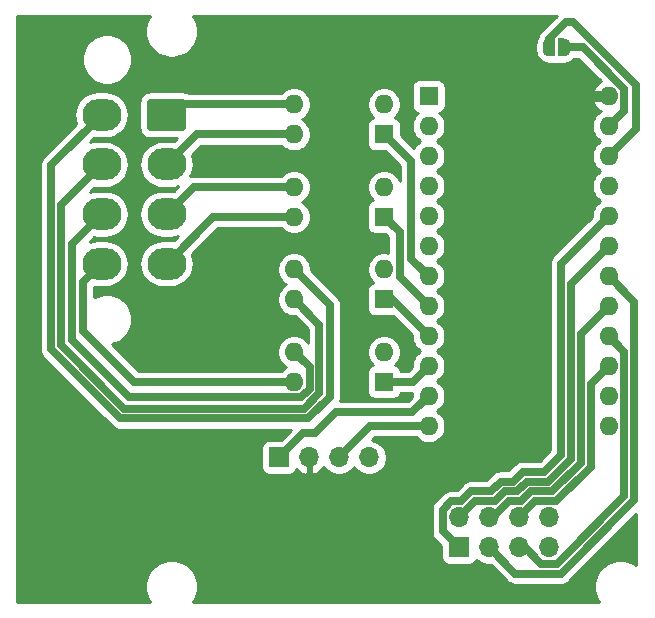
<source format=gbr>
G04 #@! TF.GenerationSoftware,KiCad,Pcbnew,(5.1.9)-1*
G04 #@! TF.CreationDate,2022-08-19T09:55:29-06:00*
G04 #@! TF.ProjectId,ABSIS_PMS,41425349-535f-4504-9d53-2e6b69636164,1*
G04 #@! TF.SameCoordinates,Original*
G04 #@! TF.FileFunction,Copper,L1,Top*
G04 #@! TF.FilePolarity,Positive*
%FSLAX46Y46*%
G04 Gerber Fmt 4.6, Leading zero omitted, Abs format (unit mm)*
G04 Created by KiCad (PCBNEW (5.1.9)-1) date 2022-08-19 09:55:29*
%MOMM*%
%LPD*%
G01*
G04 APERTURE LIST*
G04 #@! TA.AperFunction,ComponentPad*
%ADD10O,3.300000X2.700000*%
G04 #@! TD*
G04 #@! TA.AperFunction,ComponentPad*
%ADD11O,1.600000X1.600000*%
G04 #@! TD*
G04 #@! TA.AperFunction,ComponentPad*
%ADD12R,1.600000X1.600000*%
G04 #@! TD*
G04 #@! TA.AperFunction,ComponentPad*
%ADD13O,1.700000X1.700000*%
G04 #@! TD*
G04 #@! TA.AperFunction,ComponentPad*
%ADD14R,1.700000X1.700000*%
G04 #@! TD*
G04 #@! TA.AperFunction,SMDPad,CuDef*
%ADD15C,0.100000*%
G04 #@! TD*
G04 #@! TA.AperFunction,Conductor*
%ADD16C,0.635000*%
G04 #@! TD*
G04 #@! TA.AperFunction,Conductor*
%ADD17C,0.914400*%
G04 #@! TD*
G04 #@! TA.AperFunction,Conductor*
%ADD18C,0.254000*%
G04 #@! TD*
G04 #@! TA.AperFunction,Conductor*
%ADD19C,0.100000*%
G04 #@! TD*
G04 APERTURE END LIST*
D10*
X111865000Y-85500000D03*
X111865000Y-81300000D03*
X111865000Y-77100000D03*
X111865000Y-72900000D03*
X117365000Y-85500000D03*
X117365000Y-81300000D03*
X117365000Y-77100000D03*
G04 #@! TA.AperFunction,ComponentPad*
G36*
G01*
X115965001Y-71550000D02*
X118764999Y-71550000D01*
G75*
G02*
X119015000Y-71800001I0J-250001D01*
G01*
X119015000Y-73999999D01*
G75*
G02*
X118764999Y-74250000I-250001J0D01*
G01*
X115965001Y-74250000D01*
G75*
G02*
X115715000Y-73999999I0J250001D01*
G01*
X115715000Y-71800001D01*
G75*
G02*
X115965001Y-71550000I250001J0D01*
G01*
G37*
G04 #@! TD.AperFunction*
D11*
X128160000Y-88521000D03*
X135780000Y-85981000D03*
X128160000Y-85981000D03*
D12*
X135780000Y-88521000D03*
D13*
X149750000Y-106990000D03*
X149750000Y-109530000D03*
X147210000Y-106990000D03*
X147210000Y-109530000D03*
X144670000Y-106990000D03*
X144670000Y-109530000D03*
X142130000Y-106990000D03*
D14*
X142130000Y-109530000D03*
D11*
X128160000Y-95506000D03*
X135780000Y-92966000D03*
X128160000Y-92966000D03*
D12*
X135780000Y-95506000D03*
D11*
X128160000Y-81536000D03*
X135780000Y-78996000D03*
X128160000Y-78996000D03*
D12*
X135780000Y-81536000D03*
D11*
X128160000Y-74551000D03*
X135780000Y-72011000D03*
X128160000Y-72011000D03*
D12*
X135780000Y-74551000D03*
G04 #@! TA.AperFunction,SMDPad,CuDef*
D15*
G36*
X149735000Y-67934398D02*
G01*
X149710466Y-67934398D01*
X149661635Y-67929588D01*
X149613510Y-67920016D01*
X149566555Y-67905772D01*
X149521222Y-67886995D01*
X149477949Y-67863864D01*
X149437150Y-67836604D01*
X149399221Y-67805476D01*
X149364524Y-67770779D01*
X149333396Y-67732850D01*
X149306136Y-67692051D01*
X149283005Y-67648778D01*
X149264228Y-67603445D01*
X149249984Y-67556490D01*
X149240412Y-67508365D01*
X149235602Y-67459534D01*
X149235602Y-67435000D01*
X149235000Y-67435000D01*
X149235000Y-66935000D01*
X149235602Y-66935000D01*
X149235602Y-66910466D01*
X149240412Y-66861635D01*
X149249984Y-66813510D01*
X149264228Y-66766555D01*
X149283005Y-66721222D01*
X149306136Y-66677949D01*
X149333396Y-66637150D01*
X149364524Y-66599221D01*
X149399221Y-66564524D01*
X149437150Y-66533396D01*
X149477949Y-66506136D01*
X149521222Y-66483005D01*
X149566555Y-66464228D01*
X149613510Y-66449984D01*
X149661635Y-66440412D01*
X149710466Y-66435602D01*
X149735000Y-66435602D01*
X149735000Y-66435000D01*
X150235000Y-66435000D01*
X150235000Y-67935000D01*
X149735000Y-67935000D01*
X149735000Y-67934398D01*
G37*
G04 #@! TD.AperFunction*
G04 #@! TA.AperFunction,SMDPad,CuDef*
G36*
X150535000Y-66435000D02*
G01*
X151035000Y-66435000D01*
X151035000Y-66435602D01*
X151059534Y-66435602D01*
X151108365Y-66440412D01*
X151156490Y-66449984D01*
X151203445Y-66464228D01*
X151248778Y-66483005D01*
X151292051Y-66506136D01*
X151332850Y-66533396D01*
X151370779Y-66564524D01*
X151405476Y-66599221D01*
X151436604Y-66637150D01*
X151463864Y-66677949D01*
X151486995Y-66721222D01*
X151505772Y-66766555D01*
X151520016Y-66813510D01*
X151529588Y-66861635D01*
X151534398Y-66910466D01*
X151534398Y-66935000D01*
X151535000Y-66935000D01*
X151535000Y-67435000D01*
X151534398Y-67435000D01*
X151534398Y-67459534D01*
X151529588Y-67508365D01*
X151520016Y-67556490D01*
X151505772Y-67603445D01*
X151486995Y-67648778D01*
X151463864Y-67692051D01*
X151436604Y-67732850D01*
X151405476Y-67770779D01*
X151370779Y-67805476D01*
X151332850Y-67836604D01*
X151292051Y-67863864D01*
X151248778Y-67886995D01*
X151203445Y-67905772D01*
X151156490Y-67920016D01*
X151108365Y-67929588D01*
X151059534Y-67934398D01*
X151035000Y-67934398D01*
X151035000Y-67935000D01*
X150535000Y-67935000D01*
X150535000Y-66435000D01*
G37*
G04 #@! TD.AperFunction*
D13*
X134510000Y-101910000D03*
X131970000Y-101910000D03*
X129430000Y-101910000D03*
D14*
X126890000Y-101910000D03*
D11*
X154787600Y-71323200D03*
X139547600Y-99263200D03*
X154787600Y-73863200D03*
X139547600Y-96723200D03*
X154787600Y-76403200D03*
X139547600Y-94183200D03*
X154787600Y-78943200D03*
X139547600Y-91643200D03*
X154787600Y-81483200D03*
X139547600Y-89103200D03*
X154787600Y-84023200D03*
X139547600Y-86563200D03*
X154787600Y-86563200D03*
X139547600Y-84023200D03*
X154787600Y-89103200D03*
X139547600Y-81483200D03*
X154787600Y-91643200D03*
X139547600Y-78943200D03*
X154787600Y-94183200D03*
X139547600Y-76403200D03*
X154787600Y-96723200D03*
X139547600Y-73863200D03*
X154787600Y-99263200D03*
D12*
X139547600Y-71323200D03*
D16*
X152599302Y-67185000D02*
X151035000Y-67185000D01*
X156105101Y-70690799D02*
X152599302Y-67185000D01*
X156105101Y-72545699D02*
X156105101Y-70690799D01*
X154787600Y-73863200D02*
X156105101Y-72545699D01*
X147539885Y-103117469D02*
X149340085Y-103117469D01*
X146704875Y-103952479D02*
X147539885Y-103117469D01*
X145647357Y-103952479D02*
X146704875Y-103952479D01*
X144812347Y-104787489D02*
X145647357Y-103952479D01*
X150766000Y-85504800D02*
X154787600Y-81483200D01*
X150766001Y-101691553D02*
X150766000Y-85504800D01*
X143151629Y-104787489D02*
X144812347Y-104787489D01*
X142316619Y-105622499D02*
X143151629Y-104787489D01*
X141473599Y-105622499D02*
X142316619Y-105622499D01*
X140762499Y-106333599D02*
X141473599Y-105622499D01*
X149340085Y-103117469D02*
X150766001Y-101691553D01*
X140762499Y-108162499D02*
X140762499Y-106333599D01*
X142130000Y-109530000D02*
X140762499Y-108162499D01*
X151601011Y-87209789D02*
X154787600Y-84023200D01*
X151601011Y-102037425D02*
X151601011Y-87209789D01*
X149685957Y-103952479D02*
X151601011Y-102037425D01*
X147885757Y-103952479D02*
X149685957Y-103952479D01*
X147050747Y-104787489D02*
X147885757Y-103952479D01*
X145993229Y-104787489D02*
X147050747Y-104787489D01*
X145158219Y-105622499D02*
X145993229Y-104787489D01*
X143497501Y-105622499D02*
X145158219Y-105622499D01*
X142130000Y-106990000D02*
X143497501Y-105622499D01*
X156940112Y-88715712D02*
X154787600Y-86563200D01*
X156940112Y-105544673D02*
X156940112Y-88715712D01*
X150748185Y-111736600D02*
X156940112Y-105544673D01*
X146876600Y-111736600D02*
X150748185Y-111736600D01*
X144670000Y-109530000D02*
X146876600Y-111736600D01*
X152436022Y-102383296D02*
X152436022Y-91454778D01*
X150031829Y-104787489D02*
X152436022Y-102383296D01*
X152436022Y-91454778D02*
X154787600Y-89103200D01*
X148231629Y-104787489D02*
X150031829Y-104787489D01*
X147396619Y-105622499D02*
X148231629Y-104787489D01*
X146339101Y-105622499D02*
X147396619Y-105622499D01*
X144971600Y-106990000D02*
X146339101Y-105622499D01*
X144670000Y-106990000D02*
X144971600Y-106990000D01*
X138066000Y-85081600D02*
X139547600Y-86563200D01*
X138066000Y-76837000D02*
X138066000Y-85081600D01*
X135780000Y-74551000D02*
X138066000Y-76837000D01*
X138170800Y-98100000D02*
X139547600Y-96723200D01*
X129938000Y-99878000D02*
X131716000Y-98100000D01*
X131716000Y-98100000D02*
X138170800Y-98100000D01*
X128922000Y-99878000D02*
X129938000Y-99878000D01*
X126890000Y-101910000D02*
X128922000Y-99878000D01*
X138224800Y-95506000D02*
X139547600Y-94183200D01*
X135780000Y-95506000D02*
X138224800Y-95506000D01*
X153271033Y-95699767D02*
X154787600Y-94183200D01*
X153271033Y-102729167D02*
X153271033Y-95699767D01*
X148577501Y-105622499D02*
X150377701Y-105622499D01*
X150377701Y-105622499D02*
X153271033Y-102729167D01*
X147210000Y-106990000D02*
X148577501Y-105622499D01*
X136425400Y-88521000D02*
X139547600Y-91643200D01*
X135780000Y-88521000D02*
X136425400Y-88521000D01*
X147726097Y-109530000D02*
X149093598Y-110897501D01*
X147210000Y-109530000D02*
X147726097Y-109530000D01*
X149093598Y-110897501D02*
X150406401Y-110897501D01*
X150406401Y-110897501D02*
X156105101Y-105198801D01*
X156105101Y-105198801D02*
X156105101Y-92960701D01*
X156105101Y-92960701D02*
X154787600Y-91643200D01*
X137097501Y-86653101D02*
X139547600Y-89103200D01*
X137097501Y-82853501D02*
X137097501Y-86653101D01*
X135780000Y-81536000D02*
X137097501Y-82853501D01*
X154787600Y-76403200D02*
X157116000Y-74074800D01*
X157116000Y-74074800D02*
X157116000Y-70414000D01*
X157116000Y-70414000D02*
X151782000Y-65080000D01*
X149735000Y-66503128D02*
X149735000Y-67185000D01*
X151158128Y-65080000D02*
X149735000Y-66503128D01*
X151782000Y-65080000D02*
X151158128Y-65080000D01*
X134616800Y-99263200D02*
X139547600Y-99263200D01*
X131970000Y-101910000D02*
X134616800Y-99263200D01*
D17*
X154787600Y-71323200D02*
X152596800Y-71323200D01*
D16*
X128792401Y-96823501D02*
X114183501Y-96823501D01*
X129477501Y-96138401D02*
X128792401Y-96823501D01*
X129477501Y-94283501D02*
X129477501Y-96138401D01*
X128160000Y-92966000D02*
X129477501Y-94283501D01*
X114183501Y-96823501D02*
X109364000Y-92004000D01*
X109364000Y-83801000D02*
X111865000Y-81300000D01*
X109364000Y-92004000D02*
X109364000Y-83801000D01*
X110307499Y-87057501D02*
X111865000Y-85500000D01*
X110307499Y-91168401D02*
X110307499Y-87057501D01*
X114645098Y-95506000D02*
X110307499Y-91168401D01*
X128160000Y-95506000D02*
X114645098Y-95506000D01*
X128160000Y-85981000D02*
X131208000Y-89029000D01*
X131208000Y-96769668D02*
X129369668Y-98608000D01*
X131208000Y-89029000D02*
X131208000Y-96769668D01*
X129369668Y-98608000D02*
X113428000Y-98608000D01*
X113428000Y-98608000D02*
X107586001Y-92766001D01*
X107586001Y-77178999D02*
X111865000Y-72900000D01*
X107586001Y-92766001D02*
X107586001Y-77178999D01*
X108421011Y-80543989D02*
X111865000Y-77100000D01*
X128160000Y-88521000D02*
X130312512Y-90673512D01*
X130312512Y-90673512D02*
X130312512Y-96484273D01*
X129023796Y-97772989D02*
X113773871Y-97772989D01*
X130312512Y-96484273D02*
X129023796Y-97772989D01*
X113773871Y-97772989D02*
X108421011Y-92420129D01*
X108421011Y-92420129D02*
X108421011Y-80543989D01*
X119669000Y-78996000D02*
X117365000Y-81300000D01*
X128160000Y-78996000D02*
X119669000Y-78996000D01*
X121329000Y-81536000D02*
X117365000Y-85500000D01*
X128160000Y-81536000D02*
X121329000Y-81536000D01*
X118254000Y-72011000D02*
X117365000Y-72900000D01*
X128160000Y-72011000D02*
X118254000Y-72011000D01*
X119914000Y-74551000D02*
X117365000Y-77100000D01*
X128160000Y-74551000D02*
X119914000Y-74551000D01*
D18*
X115829369Y-64751331D02*
X115660890Y-65158075D01*
X115575000Y-65589872D01*
X115575000Y-66030128D01*
X115660890Y-66461925D01*
X115829369Y-66868669D01*
X116073962Y-67234729D01*
X116385271Y-67546038D01*
X116751331Y-67790631D01*
X117158075Y-67959110D01*
X117589872Y-68045000D01*
X118030128Y-68045000D01*
X118461925Y-67959110D01*
X118868669Y-67790631D01*
X119234729Y-67546038D01*
X119546038Y-67234729D01*
X119790631Y-66868669D01*
X119959110Y-66461925D01*
X120045000Y-66030128D01*
X120045000Y-65589872D01*
X119959110Y-65158075D01*
X119790631Y-64751331D01*
X119619356Y-64495000D01*
X150396089Y-64495000D01*
X149094569Y-65796521D01*
X149058222Y-65826350D01*
X148939194Y-65971387D01*
X148850748Y-66136860D01*
X148823134Y-66227892D01*
X148807760Y-66278571D01*
X148763502Y-66344808D01*
X148704536Y-66455125D01*
X148667027Y-66545681D01*
X148630718Y-66665377D01*
X148611596Y-66761510D01*
X148599336Y-66885991D01*
X148599336Y-66910550D01*
X148596928Y-66935000D01*
X148596928Y-67435000D01*
X148599336Y-67459450D01*
X148599336Y-67484009D01*
X148611596Y-67608490D01*
X148630718Y-67704623D01*
X148667027Y-67824319D01*
X148704536Y-67914875D01*
X148763502Y-68025192D01*
X148817958Y-68106691D01*
X148897310Y-68203382D01*
X148966618Y-68272690D01*
X149063309Y-68352042D01*
X149144808Y-68406498D01*
X149255125Y-68465464D01*
X149345681Y-68502973D01*
X149465377Y-68539282D01*
X149561510Y-68558404D01*
X149685991Y-68570664D01*
X149710550Y-68570664D01*
X149735000Y-68573072D01*
X150235000Y-68573072D01*
X150359482Y-68560812D01*
X150385000Y-68553071D01*
X150410518Y-68560812D01*
X150535000Y-68573072D01*
X151035000Y-68573072D01*
X151059450Y-68570664D01*
X151084009Y-68570664D01*
X151208490Y-68558404D01*
X151304623Y-68539282D01*
X151424319Y-68502973D01*
X151514875Y-68465464D01*
X151625192Y-68406498D01*
X151706691Y-68352042D01*
X151803382Y-68272690D01*
X151872690Y-68203382D01*
X151926758Y-68137500D01*
X152204764Y-68137500D01*
X154123507Y-70056243D01*
X153932469Y-70170815D01*
X153724081Y-70359786D01*
X153556563Y-70585780D01*
X153436354Y-70840113D01*
X153395696Y-70974161D01*
X153517685Y-71196200D01*
X154660600Y-71196200D01*
X154660600Y-71176200D01*
X154914600Y-71176200D01*
X154914600Y-71196200D01*
X154934600Y-71196200D01*
X154934600Y-71450200D01*
X154914600Y-71450200D01*
X154914600Y-71470200D01*
X154660600Y-71470200D01*
X154660600Y-71450200D01*
X153517685Y-71450200D01*
X153395696Y-71672239D01*
X153436354Y-71806287D01*
X153556563Y-72060620D01*
X153724081Y-72286614D01*
X153932469Y-72475585D01*
X154118465Y-72587133D01*
X154107873Y-72591520D01*
X153872841Y-72748563D01*
X153672963Y-72948441D01*
X153515920Y-73183473D01*
X153407747Y-73444626D01*
X153352600Y-73721865D01*
X153352600Y-74004535D01*
X153407747Y-74281774D01*
X153515920Y-74542927D01*
X153672963Y-74777959D01*
X153872841Y-74977837D01*
X154105359Y-75133200D01*
X153872841Y-75288563D01*
X153672963Y-75488441D01*
X153515920Y-75723473D01*
X153407747Y-75984626D01*
X153352600Y-76261865D01*
X153352600Y-76544535D01*
X153407747Y-76821774D01*
X153515920Y-77082927D01*
X153672963Y-77317959D01*
X153872841Y-77517837D01*
X154105359Y-77673200D01*
X153872841Y-77828563D01*
X153672963Y-78028441D01*
X153515920Y-78263473D01*
X153407747Y-78524626D01*
X153352600Y-78801865D01*
X153352600Y-79084535D01*
X153407747Y-79361774D01*
X153515920Y-79622927D01*
X153672963Y-79857959D01*
X153872841Y-80057837D01*
X154105359Y-80213200D01*
X153872841Y-80368563D01*
X153672963Y-80568441D01*
X153515920Y-80803473D01*
X153407747Y-81064626D01*
X153352600Y-81341865D01*
X153352600Y-81571161D01*
X150125563Y-84798199D01*
X150089222Y-84828023D01*
X149970194Y-84973060D01*
X149881748Y-85138532D01*
X149842376Y-85268323D01*
X149827283Y-85318078D01*
X149808892Y-85504800D01*
X149813500Y-85551585D01*
X149813502Y-101297013D01*
X148945547Y-102164969D01*
X147586669Y-102164969D01*
X147539884Y-102160361D01*
X147353162Y-102178752D01*
X147173616Y-102233217D01*
X147008144Y-102321663D01*
X146863107Y-102440691D01*
X146833278Y-102477038D01*
X146310337Y-102999979D01*
X145694141Y-102999979D01*
X145647356Y-102995371D01*
X145557919Y-103004180D01*
X145460634Y-103013762D01*
X145281088Y-103068227D01*
X145115616Y-103156673D01*
X144970579Y-103275701D01*
X144940750Y-103312048D01*
X144417809Y-103834989D01*
X143198413Y-103834989D01*
X143151628Y-103830381D01*
X142964906Y-103848772D01*
X142785360Y-103903237D01*
X142619888Y-103991683D01*
X142474851Y-104110711D01*
X142445022Y-104147058D01*
X141922081Y-104669999D01*
X141520383Y-104669999D01*
X141473598Y-104665391D01*
X141286876Y-104683782D01*
X141107330Y-104738247D01*
X140941858Y-104826693D01*
X140796821Y-104945721D01*
X140766997Y-104982062D01*
X140122063Y-105626997D01*
X140085722Y-105656821D01*
X140055898Y-105693162D01*
X139966693Y-105801859D01*
X139878248Y-105967330D01*
X139823782Y-106146877D01*
X139805391Y-106333599D01*
X139810000Y-106380393D01*
X139809999Y-108115714D01*
X139805391Y-108162499D01*
X139809999Y-108209283D01*
X139823782Y-108349221D01*
X139878247Y-108528767D01*
X139966693Y-108694240D01*
X140085721Y-108839277D01*
X140122068Y-108869106D01*
X140641928Y-109388966D01*
X140641928Y-110380000D01*
X140654188Y-110504482D01*
X140690498Y-110624180D01*
X140749463Y-110734494D01*
X140828815Y-110831185D01*
X140925506Y-110910537D01*
X141035820Y-110969502D01*
X141155518Y-111005812D01*
X141280000Y-111018072D01*
X142980000Y-111018072D01*
X143104482Y-111005812D01*
X143224180Y-110969502D01*
X143334494Y-110910537D01*
X143431185Y-110831185D01*
X143510537Y-110734494D01*
X143569502Y-110624180D01*
X143591513Y-110551620D01*
X143723368Y-110683475D01*
X143966589Y-110845990D01*
X144236842Y-110957932D01*
X144523740Y-111015000D01*
X144807962Y-111015000D01*
X146169993Y-112377031D01*
X146199822Y-112413378D01*
X146344859Y-112532406D01*
X146427595Y-112576629D01*
X146510330Y-112620852D01*
X146600104Y-112648085D01*
X146689877Y-112675317D01*
X146829815Y-112689100D01*
X146876600Y-112693708D01*
X146923385Y-112689100D01*
X150701400Y-112689100D01*
X150748185Y-112693708D01*
X150794970Y-112689100D01*
X150934908Y-112675317D01*
X151114454Y-112620852D01*
X151279926Y-112532406D01*
X151424963Y-112413378D01*
X151454792Y-112377031D01*
X157125000Y-106706824D01*
X157125000Y-111000644D01*
X156868669Y-110829369D01*
X156461925Y-110660890D01*
X156030128Y-110575000D01*
X155589872Y-110575000D01*
X155158075Y-110660890D01*
X154751331Y-110829369D01*
X154385271Y-111073962D01*
X154073962Y-111385271D01*
X153829369Y-111751331D01*
X153660890Y-112158075D01*
X153575000Y-112589872D01*
X153575000Y-113030128D01*
X153660890Y-113461925D01*
X153829369Y-113868669D01*
X154000644Y-114125000D01*
X119619356Y-114125000D01*
X119790631Y-113868669D01*
X119959110Y-113461925D01*
X120045000Y-113030128D01*
X120045000Y-112589872D01*
X119959110Y-112158075D01*
X119790631Y-111751331D01*
X119546038Y-111385271D01*
X119234729Y-111073962D01*
X118868669Y-110829369D01*
X118461925Y-110660890D01*
X118030128Y-110575000D01*
X117589872Y-110575000D01*
X117158075Y-110660890D01*
X116751331Y-110829369D01*
X116385271Y-111073962D01*
X116073962Y-111385271D01*
X115829369Y-111751331D01*
X115660890Y-112158075D01*
X115575000Y-112589872D01*
X115575000Y-113030128D01*
X115660890Y-113461925D01*
X115829369Y-113868669D01*
X116000644Y-114125000D01*
X104715000Y-114125000D01*
X104715000Y-77178999D01*
X106628893Y-77178999D01*
X106633502Y-77225794D01*
X106633501Y-92719216D01*
X106628893Y-92766001D01*
X106633501Y-92812785D01*
X106647284Y-92952723D01*
X106701749Y-93132269D01*
X106790195Y-93297742D01*
X106909223Y-93442779D01*
X106945570Y-93472608D01*
X112721397Y-99248436D01*
X112751222Y-99284778D01*
X112896259Y-99403806D01*
X113061731Y-99492252D01*
X113241277Y-99546717D01*
X113427999Y-99565108D01*
X113474784Y-99560500D01*
X127892461Y-99560500D01*
X127031034Y-100421928D01*
X126040000Y-100421928D01*
X125915518Y-100434188D01*
X125795820Y-100470498D01*
X125685506Y-100529463D01*
X125588815Y-100608815D01*
X125509463Y-100705506D01*
X125450498Y-100815820D01*
X125414188Y-100935518D01*
X125401928Y-101060000D01*
X125401928Y-102760000D01*
X125414188Y-102884482D01*
X125450498Y-103004180D01*
X125509463Y-103114494D01*
X125588815Y-103211185D01*
X125685506Y-103290537D01*
X125795820Y-103349502D01*
X125915518Y-103385812D01*
X126040000Y-103398072D01*
X127740000Y-103398072D01*
X127864482Y-103385812D01*
X127984180Y-103349502D01*
X128094494Y-103290537D01*
X128191185Y-103211185D01*
X128270537Y-103114494D01*
X128329502Y-103004180D01*
X128353966Y-102923534D01*
X128429731Y-103007588D01*
X128663080Y-103181641D01*
X128925901Y-103306825D01*
X129073110Y-103351476D01*
X129303000Y-103230155D01*
X129303000Y-102037000D01*
X129283000Y-102037000D01*
X129283000Y-101783000D01*
X129303000Y-101783000D01*
X129303000Y-101763000D01*
X129557000Y-101763000D01*
X129557000Y-101783000D01*
X129577000Y-101783000D01*
X129577000Y-102037000D01*
X129557000Y-102037000D01*
X129557000Y-103230155D01*
X129786890Y-103351476D01*
X129934099Y-103306825D01*
X130196920Y-103181641D01*
X130430269Y-103007588D01*
X130625178Y-102791355D01*
X130694805Y-102674466D01*
X130816525Y-102856632D01*
X131023368Y-103063475D01*
X131266589Y-103225990D01*
X131536842Y-103337932D01*
X131823740Y-103395000D01*
X132116260Y-103395000D01*
X132403158Y-103337932D01*
X132673411Y-103225990D01*
X132916632Y-103063475D01*
X133123475Y-102856632D01*
X133240000Y-102682240D01*
X133356525Y-102856632D01*
X133563368Y-103063475D01*
X133806589Y-103225990D01*
X134076842Y-103337932D01*
X134363740Y-103395000D01*
X134656260Y-103395000D01*
X134943158Y-103337932D01*
X135213411Y-103225990D01*
X135456632Y-103063475D01*
X135663475Y-102856632D01*
X135825990Y-102613411D01*
X135937932Y-102343158D01*
X135995000Y-102056260D01*
X135995000Y-101763740D01*
X135937932Y-101476842D01*
X135825990Y-101206589D01*
X135663475Y-100963368D01*
X135456632Y-100756525D01*
X135213411Y-100594010D01*
X134943158Y-100482068D01*
X134777852Y-100449186D01*
X135011338Y-100215700D01*
X138470704Y-100215700D01*
X138632841Y-100377837D01*
X138867873Y-100534880D01*
X139129026Y-100643053D01*
X139406265Y-100698200D01*
X139688935Y-100698200D01*
X139966174Y-100643053D01*
X140227327Y-100534880D01*
X140462359Y-100377837D01*
X140662237Y-100177959D01*
X140819280Y-99942927D01*
X140927453Y-99681774D01*
X140982600Y-99404535D01*
X140982600Y-99121865D01*
X140927453Y-98844626D01*
X140819280Y-98583473D01*
X140662237Y-98348441D01*
X140462359Y-98148563D01*
X140229841Y-97993200D01*
X140462359Y-97837837D01*
X140662237Y-97637959D01*
X140819280Y-97402927D01*
X140927453Y-97141774D01*
X140982600Y-96864535D01*
X140982600Y-96581865D01*
X140927453Y-96304626D01*
X140819280Y-96043473D01*
X140662237Y-95808441D01*
X140462359Y-95608563D01*
X140229841Y-95453200D01*
X140462359Y-95297837D01*
X140662237Y-95097959D01*
X140819280Y-94862927D01*
X140927453Y-94601774D01*
X140982600Y-94324535D01*
X140982600Y-94041865D01*
X140927453Y-93764626D01*
X140819280Y-93503473D01*
X140662237Y-93268441D01*
X140462359Y-93068563D01*
X140229841Y-92913200D01*
X140462359Y-92757837D01*
X140662237Y-92557959D01*
X140819280Y-92322927D01*
X140927453Y-92061774D01*
X140982600Y-91784535D01*
X140982600Y-91501865D01*
X140927453Y-91224626D01*
X140819280Y-90963473D01*
X140662237Y-90728441D01*
X140462359Y-90528563D01*
X140229841Y-90373200D01*
X140462359Y-90217837D01*
X140662237Y-90017959D01*
X140819280Y-89782927D01*
X140927453Y-89521774D01*
X140982600Y-89244535D01*
X140982600Y-88961865D01*
X140927453Y-88684626D01*
X140819280Y-88423473D01*
X140662237Y-88188441D01*
X140462359Y-87988563D01*
X140229841Y-87833200D01*
X140462359Y-87677837D01*
X140662237Y-87477959D01*
X140819280Y-87242927D01*
X140927453Y-86981774D01*
X140982600Y-86704535D01*
X140982600Y-86421865D01*
X140927453Y-86144626D01*
X140819280Y-85883473D01*
X140662237Y-85648441D01*
X140462359Y-85448563D01*
X140229841Y-85293200D01*
X140462359Y-85137837D01*
X140662237Y-84937959D01*
X140819280Y-84702927D01*
X140927453Y-84441774D01*
X140982600Y-84164535D01*
X140982600Y-83881865D01*
X140927453Y-83604626D01*
X140819280Y-83343473D01*
X140662237Y-83108441D01*
X140462359Y-82908563D01*
X140229841Y-82753200D01*
X140462359Y-82597837D01*
X140662237Y-82397959D01*
X140819280Y-82162927D01*
X140927453Y-81901774D01*
X140982600Y-81624535D01*
X140982600Y-81341865D01*
X140927453Y-81064626D01*
X140819280Y-80803473D01*
X140662237Y-80568441D01*
X140462359Y-80368563D01*
X140229841Y-80213200D01*
X140462359Y-80057837D01*
X140662237Y-79857959D01*
X140819280Y-79622927D01*
X140927453Y-79361774D01*
X140982600Y-79084535D01*
X140982600Y-78801865D01*
X140927453Y-78524626D01*
X140819280Y-78263473D01*
X140662237Y-78028441D01*
X140462359Y-77828563D01*
X140229841Y-77673200D01*
X140462359Y-77517837D01*
X140662237Y-77317959D01*
X140819280Y-77082927D01*
X140927453Y-76821774D01*
X140982600Y-76544535D01*
X140982600Y-76261865D01*
X140927453Y-75984626D01*
X140819280Y-75723473D01*
X140662237Y-75488441D01*
X140462359Y-75288563D01*
X140229841Y-75133200D01*
X140462359Y-74977837D01*
X140662237Y-74777959D01*
X140819280Y-74542927D01*
X140927453Y-74281774D01*
X140982600Y-74004535D01*
X140982600Y-73721865D01*
X140927453Y-73444626D01*
X140819280Y-73183473D01*
X140662237Y-72948441D01*
X140463639Y-72749843D01*
X140472082Y-72749012D01*
X140591780Y-72712702D01*
X140702094Y-72653737D01*
X140798785Y-72574385D01*
X140878137Y-72477694D01*
X140937102Y-72367380D01*
X140973412Y-72247682D01*
X140985672Y-72123200D01*
X140985672Y-70523200D01*
X140973412Y-70398718D01*
X140937102Y-70279020D01*
X140878137Y-70168706D01*
X140798785Y-70072015D01*
X140702094Y-69992663D01*
X140591780Y-69933698D01*
X140472082Y-69897388D01*
X140347600Y-69885128D01*
X138747600Y-69885128D01*
X138623118Y-69897388D01*
X138503420Y-69933698D01*
X138393106Y-69992663D01*
X138296415Y-70072015D01*
X138217063Y-70168706D01*
X138158098Y-70279020D01*
X138121788Y-70398718D01*
X138109528Y-70523200D01*
X138109528Y-72123200D01*
X138121788Y-72247682D01*
X138158098Y-72367380D01*
X138217063Y-72477694D01*
X138296415Y-72574385D01*
X138393106Y-72653737D01*
X138503420Y-72712702D01*
X138623118Y-72749012D01*
X138631561Y-72749843D01*
X138432963Y-72948441D01*
X138275920Y-73183473D01*
X138167747Y-73444626D01*
X138112600Y-73721865D01*
X138112600Y-74004535D01*
X138167747Y-74281774D01*
X138275920Y-74542927D01*
X138432963Y-74777959D01*
X138632841Y-74977837D01*
X138865359Y-75133200D01*
X138632841Y-75288563D01*
X138432963Y-75488441D01*
X138285370Y-75709331D01*
X137218072Y-74642034D01*
X137218072Y-73751000D01*
X137205812Y-73626518D01*
X137169502Y-73506820D01*
X137110537Y-73396506D01*
X137031185Y-73299815D01*
X136934494Y-73220463D01*
X136824180Y-73161498D01*
X136704482Y-73125188D01*
X136696039Y-73124357D01*
X136894637Y-72925759D01*
X137051680Y-72690727D01*
X137159853Y-72429574D01*
X137215000Y-72152335D01*
X137215000Y-71869665D01*
X137159853Y-71592426D01*
X137051680Y-71331273D01*
X136894637Y-71096241D01*
X136694759Y-70896363D01*
X136459727Y-70739320D01*
X136198574Y-70631147D01*
X135921335Y-70576000D01*
X135638665Y-70576000D01*
X135361426Y-70631147D01*
X135100273Y-70739320D01*
X134865241Y-70896363D01*
X134665363Y-71096241D01*
X134508320Y-71331273D01*
X134400147Y-71592426D01*
X134345000Y-71869665D01*
X134345000Y-72152335D01*
X134400147Y-72429574D01*
X134508320Y-72690727D01*
X134665363Y-72925759D01*
X134863961Y-73124357D01*
X134855518Y-73125188D01*
X134735820Y-73161498D01*
X134625506Y-73220463D01*
X134528815Y-73299815D01*
X134449463Y-73396506D01*
X134390498Y-73506820D01*
X134354188Y-73626518D01*
X134341928Y-73751000D01*
X134341928Y-75351000D01*
X134354188Y-75475482D01*
X134390498Y-75595180D01*
X134449463Y-75705494D01*
X134528815Y-75802185D01*
X134625506Y-75881537D01*
X134735820Y-75940502D01*
X134855518Y-75976812D01*
X134980000Y-75989072D01*
X135871034Y-75989072D01*
X137113500Y-77231539D01*
X137113500Y-78465520D01*
X137051680Y-78316273D01*
X136894637Y-78081241D01*
X136694759Y-77881363D01*
X136459727Y-77724320D01*
X136198574Y-77616147D01*
X135921335Y-77561000D01*
X135638665Y-77561000D01*
X135361426Y-77616147D01*
X135100273Y-77724320D01*
X134865241Y-77881363D01*
X134665363Y-78081241D01*
X134508320Y-78316273D01*
X134400147Y-78577426D01*
X134345000Y-78854665D01*
X134345000Y-79137335D01*
X134400147Y-79414574D01*
X134508320Y-79675727D01*
X134665363Y-79910759D01*
X134863961Y-80109357D01*
X134855518Y-80110188D01*
X134735820Y-80146498D01*
X134625506Y-80205463D01*
X134528815Y-80284815D01*
X134449463Y-80381506D01*
X134390498Y-80491820D01*
X134354188Y-80611518D01*
X134341928Y-80736000D01*
X134341928Y-82336000D01*
X134354188Y-82460482D01*
X134390498Y-82580180D01*
X134449463Y-82690494D01*
X134528815Y-82787185D01*
X134625506Y-82866537D01*
X134735820Y-82925502D01*
X134855518Y-82961812D01*
X134980000Y-82974072D01*
X135871033Y-82974072D01*
X136145001Y-83248040D01*
X136145001Y-84590491D01*
X135921335Y-84546000D01*
X135638665Y-84546000D01*
X135361426Y-84601147D01*
X135100273Y-84709320D01*
X134865241Y-84866363D01*
X134665363Y-85066241D01*
X134508320Y-85301273D01*
X134400147Y-85562426D01*
X134345000Y-85839665D01*
X134345000Y-86122335D01*
X134400147Y-86399574D01*
X134508320Y-86660727D01*
X134665363Y-86895759D01*
X134863961Y-87094357D01*
X134855518Y-87095188D01*
X134735820Y-87131498D01*
X134625506Y-87190463D01*
X134528815Y-87269815D01*
X134449463Y-87366506D01*
X134390498Y-87476820D01*
X134354188Y-87596518D01*
X134341928Y-87721000D01*
X134341928Y-89321000D01*
X134354188Y-89445482D01*
X134390498Y-89565180D01*
X134449463Y-89675494D01*
X134528815Y-89772185D01*
X134625506Y-89851537D01*
X134735820Y-89910502D01*
X134855518Y-89946812D01*
X134980000Y-89959072D01*
X136516434Y-89959072D01*
X138112600Y-91555238D01*
X138112600Y-91784535D01*
X138167747Y-92061774D01*
X138275920Y-92322927D01*
X138432963Y-92557959D01*
X138632841Y-92757837D01*
X138865359Y-92913200D01*
X138632841Y-93068563D01*
X138432963Y-93268441D01*
X138275920Y-93503473D01*
X138167747Y-93764626D01*
X138112600Y-94041865D01*
X138112600Y-94271162D01*
X137830262Y-94553500D01*
X137197313Y-94553500D01*
X137169502Y-94461820D01*
X137110537Y-94351506D01*
X137031185Y-94254815D01*
X136934494Y-94175463D01*
X136824180Y-94116498D01*
X136704482Y-94080188D01*
X136696039Y-94079357D01*
X136894637Y-93880759D01*
X137051680Y-93645727D01*
X137159853Y-93384574D01*
X137215000Y-93107335D01*
X137215000Y-92824665D01*
X137159853Y-92547426D01*
X137051680Y-92286273D01*
X136894637Y-92051241D01*
X136694759Y-91851363D01*
X136459727Y-91694320D01*
X136198574Y-91586147D01*
X135921335Y-91531000D01*
X135638665Y-91531000D01*
X135361426Y-91586147D01*
X135100273Y-91694320D01*
X134865241Y-91851363D01*
X134665363Y-92051241D01*
X134508320Y-92286273D01*
X134400147Y-92547426D01*
X134345000Y-92824665D01*
X134345000Y-93107335D01*
X134400147Y-93384574D01*
X134508320Y-93645727D01*
X134665363Y-93880759D01*
X134863961Y-94079357D01*
X134855518Y-94080188D01*
X134735820Y-94116498D01*
X134625506Y-94175463D01*
X134528815Y-94254815D01*
X134449463Y-94351506D01*
X134390498Y-94461820D01*
X134354188Y-94581518D01*
X134341928Y-94706000D01*
X134341928Y-96306000D01*
X134354188Y-96430482D01*
X134390498Y-96550180D01*
X134449463Y-96660494D01*
X134528815Y-96757185D01*
X134625506Y-96836537D01*
X134735820Y-96895502D01*
X134855518Y-96931812D01*
X134980000Y-96944072D01*
X136580000Y-96944072D01*
X136704482Y-96931812D01*
X136824180Y-96895502D01*
X136934494Y-96836537D01*
X137031185Y-96757185D01*
X137110537Y-96660494D01*
X137169502Y-96550180D01*
X137197313Y-96458500D01*
X138137139Y-96458500D01*
X138112600Y-96581865D01*
X138112600Y-96811162D01*
X137776262Y-97147500D01*
X132086071Y-97147500D01*
X132092252Y-97135937D01*
X132146717Y-96956391D01*
X132152714Y-96895502D01*
X132165108Y-96769669D01*
X132160500Y-96722884D01*
X132160500Y-89075785D01*
X132165108Y-89029000D01*
X132146717Y-88842277D01*
X132114760Y-88736930D01*
X132092252Y-88662731D01*
X132003806Y-88497259D01*
X131884778Y-88352222D01*
X131848436Y-88322397D01*
X129595000Y-86068962D01*
X129595000Y-85839665D01*
X129539853Y-85562426D01*
X129431680Y-85301273D01*
X129274637Y-85066241D01*
X129074759Y-84866363D01*
X128839727Y-84709320D01*
X128578574Y-84601147D01*
X128301335Y-84546000D01*
X128018665Y-84546000D01*
X127741426Y-84601147D01*
X127480273Y-84709320D01*
X127245241Y-84866363D01*
X127045363Y-85066241D01*
X126888320Y-85301273D01*
X126780147Y-85562426D01*
X126725000Y-85839665D01*
X126725000Y-86122335D01*
X126780147Y-86399574D01*
X126888320Y-86660727D01*
X127045363Y-86895759D01*
X127245241Y-87095637D01*
X127477759Y-87251000D01*
X127245241Y-87406363D01*
X127045363Y-87606241D01*
X126888320Y-87841273D01*
X126780147Y-88102426D01*
X126725000Y-88379665D01*
X126725000Y-88662335D01*
X126780147Y-88939574D01*
X126888320Y-89200727D01*
X127045363Y-89435759D01*
X127245241Y-89635637D01*
X127480273Y-89792680D01*
X127741426Y-89900853D01*
X128018665Y-89956000D01*
X128247962Y-89956000D01*
X129360012Y-91068050D01*
X129360012Y-92179014D01*
X129274637Y-92051241D01*
X129074759Y-91851363D01*
X128839727Y-91694320D01*
X128578574Y-91586147D01*
X128301335Y-91531000D01*
X128018665Y-91531000D01*
X127741426Y-91586147D01*
X127480273Y-91694320D01*
X127245241Y-91851363D01*
X127045363Y-92051241D01*
X126888320Y-92286273D01*
X126780147Y-92547426D01*
X126725000Y-92824665D01*
X126725000Y-93107335D01*
X126780147Y-93384574D01*
X126888320Y-93645727D01*
X127045363Y-93880759D01*
X127245241Y-94080637D01*
X127477759Y-94236000D01*
X127245241Y-94391363D01*
X127083104Y-94553500D01*
X115039636Y-94553500D01*
X112773709Y-92287573D01*
X112947756Y-92252953D01*
X113336302Y-92092012D01*
X113685983Y-91858363D01*
X113983363Y-91560983D01*
X114217012Y-91211302D01*
X114377953Y-90822756D01*
X114460000Y-90410279D01*
X114460000Y-89989721D01*
X114377953Y-89577244D01*
X114217012Y-89188698D01*
X113983363Y-88839017D01*
X113685983Y-88541637D01*
X113336302Y-88307988D01*
X112947756Y-88147047D01*
X112535279Y-88065000D01*
X112114721Y-88065000D01*
X111702244Y-88147047D01*
X111313698Y-88307988D01*
X111259999Y-88343868D01*
X111259999Y-87464564D01*
X111467490Y-87485000D01*
X112262510Y-87485000D01*
X112554128Y-87456278D01*
X112928302Y-87342774D01*
X113273143Y-87158453D01*
X113575398Y-86910398D01*
X113823453Y-86608143D01*
X114007774Y-86263302D01*
X114121278Y-85889128D01*
X114159604Y-85500000D01*
X114121278Y-85110872D01*
X114007774Y-84736698D01*
X113823453Y-84391857D01*
X113575398Y-84089602D01*
X113273143Y-83841547D01*
X112928302Y-83657226D01*
X112554128Y-83543722D01*
X112262510Y-83515000D01*
X111467490Y-83515000D01*
X111175872Y-83543722D01*
X110877940Y-83634098D01*
X111248598Y-83263441D01*
X111467490Y-83285000D01*
X112262510Y-83285000D01*
X112554128Y-83256278D01*
X112928302Y-83142774D01*
X113273143Y-82958453D01*
X113575398Y-82710398D01*
X113823453Y-82408143D01*
X114007774Y-82063302D01*
X114121278Y-81689128D01*
X114159604Y-81300000D01*
X114121278Y-80910872D01*
X114007774Y-80536698D01*
X113823453Y-80191857D01*
X113575398Y-79889602D01*
X113273143Y-79641547D01*
X112928302Y-79457226D01*
X112554128Y-79343722D01*
X112262510Y-79315000D01*
X111467490Y-79315000D01*
X111175872Y-79343722D01*
X110877940Y-79434098D01*
X111248598Y-79063441D01*
X111467490Y-79085000D01*
X112262510Y-79085000D01*
X112554128Y-79056278D01*
X112928302Y-78942774D01*
X113273143Y-78758453D01*
X113575398Y-78510398D01*
X113823453Y-78208143D01*
X114007774Y-77863302D01*
X114121278Y-77489128D01*
X114159604Y-77100000D01*
X115070396Y-77100000D01*
X115108722Y-77489128D01*
X115222226Y-77863302D01*
X115406547Y-78208143D01*
X115654602Y-78510398D01*
X115956857Y-78758453D01*
X116301698Y-78942774D01*
X116675872Y-79056278D01*
X116967490Y-79085000D01*
X117762510Y-79085000D01*
X118054128Y-79056278D01*
X118352059Y-78965902D01*
X117981402Y-79336559D01*
X117762510Y-79315000D01*
X116967490Y-79315000D01*
X116675872Y-79343722D01*
X116301698Y-79457226D01*
X115956857Y-79641547D01*
X115654602Y-79889602D01*
X115406547Y-80191857D01*
X115222226Y-80536698D01*
X115108722Y-80910872D01*
X115070396Y-81300000D01*
X115108722Y-81689128D01*
X115222226Y-82063302D01*
X115406547Y-82408143D01*
X115654602Y-82710398D01*
X115956857Y-82958453D01*
X116301698Y-83142774D01*
X116675872Y-83256278D01*
X116967490Y-83285000D01*
X117762510Y-83285000D01*
X118054128Y-83256278D01*
X118352060Y-83165902D01*
X117981403Y-83536559D01*
X117762510Y-83515000D01*
X116967490Y-83515000D01*
X116675872Y-83543722D01*
X116301698Y-83657226D01*
X115956857Y-83841547D01*
X115654602Y-84089602D01*
X115406547Y-84391857D01*
X115222226Y-84736698D01*
X115108722Y-85110872D01*
X115070396Y-85500000D01*
X115108722Y-85889128D01*
X115222226Y-86263302D01*
X115406547Y-86608143D01*
X115654602Y-86910398D01*
X115956857Y-87158453D01*
X116301698Y-87342774D01*
X116675872Y-87456278D01*
X116967490Y-87485000D01*
X117762510Y-87485000D01*
X118054128Y-87456278D01*
X118428302Y-87342774D01*
X118773143Y-87158453D01*
X119075398Y-86910398D01*
X119323453Y-86608143D01*
X119507774Y-86263302D01*
X119621278Y-85889128D01*
X119659604Y-85500000D01*
X119621278Y-85110872D01*
X119507774Y-84736698D01*
X119496476Y-84715562D01*
X121723538Y-82488500D01*
X127083104Y-82488500D01*
X127245241Y-82650637D01*
X127480273Y-82807680D01*
X127741426Y-82915853D01*
X128018665Y-82971000D01*
X128301335Y-82971000D01*
X128578574Y-82915853D01*
X128839727Y-82807680D01*
X129074759Y-82650637D01*
X129274637Y-82450759D01*
X129431680Y-82215727D01*
X129539853Y-81954574D01*
X129595000Y-81677335D01*
X129595000Y-81394665D01*
X129539853Y-81117426D01*
X129431680Y-80856273D01*
X129274637Y-80621241D01*
X129074759Y-80421363D01*
X128842241Y-80266000D01*
X129074759Y-80110637D01*
X129274637Y-79910759D01*
X129431680Y-79675727D01*
X129539853Y-79414574D01*
X129595000Y-79137335D01*
X129595000Y-78854665D01*
X129539853Y-78577426D01*
X129431680Y-78316273D01*
X129274637Y-78081241D01*
X129074759Y-77881363D01*
X128839727Y-77724320D01*
X128578574Y-77616147D01*
X128301335Y-77561000D01*
X128018665Y-77561000D01*
X127741426Y-77616147D01*
X127480273Y-77724320D01*
X127245241Y-77881363D01*
X127083104Y-78043500D01*
X119715784Y-78043500D01*
X119668999Y-78038892D01*
X119484054Y-78057108D01*
X119482277Y-78057283D01*
X119388958Y-78085591D01*
X119507774Y-77863302D01*
X119621278Y-77489128D01*
X119659604Y-77100000D01*
X119621278Y-76710872D01*
X119507774Y-76336698D01*
X119496476Y-76315562D01*
X120308538Y-75503500D01*
X127083104Y-75503500D01*
X127245241Y-75665637D01*
X127480273Y-75822680D01*
X127741426Y-75930853D01*
X128018665Y-75986000D01*
X128301335Y-75986000D01*
X128578574Y-75930853D01*
X128839727Y-75822680D01*
X129074759Y-75665637D01*
X129274637Y-75465759D01*
X129431680Y-75230727D01*
X129539853Y-74969574D01*
X129595000Y-74692335D01*
X129595000Y-74409665D01*
X129539853Y-74132426D01*
X129431680Y-73871273D01*
X129274637Y-73636241D01*
X129074759Y-73436363D01*
X128842241Y-73281000D01*
X129074759Y-73125637D01*
X129274637Y-72925759D01*
X129431680Y-72690727D01*
X129539853Y-72429574D01*
X129595000Y-72152335D01*
X129595000Y-71869665D01*
X129539853Y-71592426D01*
X129431680Y-71331273D01*
X129274637Y-71096241D01*
X129074759Y-70896363D01*
X128839727Y-70739320D01*
X128578574Y-70631147D01*
X128301335Y-70576000D01*
X128018665Y-70576000D01*
X127741426Y-70631147D01*
X127480273Y-70739320D01*
X127245241Y-70896363D01*
X127083104Y-71058500D01*
X119252596Y-71058500D01*
X119104850Y-70979529D01*
X118938253Y-70928992D01*
X118764999Y-70911928D01*
X115965001Y-70911928D01*
X115791747Y-70928992D01*
X115625150Y-70979529D01*
X115471614Y-71061595D01*
X115337039Y-71172039D01*
X115226595Y-71306614D01*
X115144529Y-71460150D01*
X115093992Y-71626747D01*
X115076928Y-71800001D01*
X115076928Y-73999999D01*
X115093992Y-74173253D01*
X115144529Y-74339850D01*
X115226595Y-74493386D01*
X115337039Y-74627961D01*
X115471614Y-74738405D01*
X115625150Y-74820471D01*
X115791747Y-74871008D01*
X115965001Y-74888072D01*
X118229890Y-74888072D01*
X117981403Y-75136559D01*
X117762510Y-75115000D01*
X116967490Y-75115000D01*
X116675872Y-75143722D01*
X116301698Y-75257226D01*
X115956857Y-75441547D01*
X115654602Y-75689602D01*
X115406547Y-75991857D01*
X115222226Y-76336698D01*
X115108722Y-76710872D01*
X115070396Y-77100000D01*
X114159604Y-77100000D01*
X114121278Y-76710872D01*
X114007774Y-76336698D01*
X113823453Y-75991857D01*
X113575398Y-75689602D01*
X113273143Y-75441547D01*
X112928302Y-75257226D01*
X112554128Y-75143722D01*
X112262510Y-75115000D01*
X111467490Y-75115000D01*
X111175872Y-75143722D01*
X110877940Y-75234098D01*
X111248597Y-74863441D01*
X111467490Y-74885000D01*
X112262510Y-74885000D01*
X112554128Y-74856278D01*
X112928302Y-74742774D01*
X113273143Y-74558453D01*
X113575398Y-74310398D01*
X113823453Y-74008143D01*
X114007774Y-73663302D01*
X114121278Y-73289128D01*
X114159604Y-72900000D01*
X114121278Y-72510872D01*
X114007774Y-72136698D01*
X113823453Y-71791857D01*
X113575398Y-71489602D01*
X113273143Y-71241547D01*
X112928302Y-71057226D01*
X112554128Y-70943722D01*
X112262510Y-70915000D01*
X111467490Y-70915000D01*
X111175872Y-70943722D01*
X110801698Y-71057226D01*
X110456857Y-71241547D01*
X110154602Y-71489602D01*
X109906547Y-71791857D01*
X109722226Y-72136698D01*
X109608722Y-72510872D01*
X109570396Y-72900000D01*
X109608722Y-73289128D01*
X109722226Y-73663302D01*
X109733524Y-73684438D01*
X106945566Y-76472396D01*
X106909224Y-76502221D01*
X106879400Y-76538562D01*
X106790195Y-76647259D01*
X106701750Y-76812730D01*
X106647284Y-76992277D01*
X106628893Y-77178999D01*
X104715000Y-77178999D01*
X104715000Y-67989721D01*
X110190000Y-67989721D01*
X110190000Y-68410279D01*
X110272047Y-68822756D01*
X110432988Y-69211302D01*
X110666637Y-69560983D01*
X110964017Y-69858363D01*
X111313698Y-70092012D01*
X111702244Y-70252953D01*
X112114721Y-70335000D01*
X112535279Y-70335000D01*
X112947756Y-70252953D01*
X113336302Y-70092012D01*
X113685983Y-69858363D01*
X113983363Y-69560983D01*
X114217012Y-69211302D01*
X114377953Y-68822756D01*
X114460000Y-68410279D01*
X114460000Y-67989721D01*
X114377953Y-67577244D01*
X114217012Y-67188698D01*
X113983363Y-66839017D01*
X113685983Y-66541637D01*
X113336302Y-66307988D01*
X112947756Y-66147047D01*
X112535279Y-66065000D01*
X112114721Y-66065000D01*
X111702244Y-66147047D01*
X111313698Y-66307988D01*
X110964017Y-66541637D01*
X110666637Y-66839017D01*
X110432988Y-67188698D01*
X110272047Y-67577244D01*
X110190000Y-67989721D01*
X104715000Y-67989721D01*
X104715000Y-64495000D01*
X116000644Y-64495000D01*
X115829369Y-64751331D01*
G04 #@! TA.AperFunction,Conductor*
D19*
G36*
X115829369Y-64751331D02*
G01*
X115660890Y-65158075D01*
X115575000Y-65589872D01*
X115575000Y-66030128D01*
X115660890Y-66461925D01*
X115829369Y-66868669D01*
X116073962Y-67234729D01*
X116385271Y-67546038D01*
X116751331Y-67790631D01*
X117158075Y-67959110D01*
X117589872Y-68045000D01*
X118030128Y-68045000D01*
X118461925Y-67959110D01*
X118868669Y-67790631D01*
X119234729Y-67546038D01*
X119546038Y-67234729D01*
X119790631Y-66868669D01*
X119959110Y-66461925D01*
X120045000Y-66030128D01*
X120045000Y-65589872D01*
X119959110Y-65158075D01*
X119790631Y-64751331D01*
X119619356Y-64495000D01*
X150396089Y-64495000D01*
X149094569Y-65796521D01*
X149058222Y-65826350D01*
X148939194Y-65971387D01*
X148850748Y-66136860D01*
X148823134Y-66227892D01*
X148807760Y-66278571D01*
X148763502Y-66344808D01*
X148704536Y-66455125D01*
X148667027Y-66545681D01*
X148630718Y-66665377D01*
X148611596Y-66761510D01*
X148599336Y-66885991D01*
X148599336Y-66910550D01*
X148596928Y-66935000D01*
X148596928Y-67435000D01*
X148599336Y-67459450D01*
X148599336Y-67484009D01*
X148611596Y-67608490D01*
X148630718Y-67704623D01*
X148667027Y-67824319D01*
X148704536Y-67914875D01*
X148763502Y-68025192D01*
X148817958Y-68106691D01*
X148897310Y-68203382D01*
X148966618Y-68272690D01*
X149063309Y-68352042D01*
X149144808Y-68406498D01*
X149255125Y-68465464D01*
X149345681Y-68502973D01*
X149465377Y-68539282D01*
X149561510Y-68558404D01*
X149685991Y-68570664D01*
X149710550Y-68570664D01*
X149735000Y-68573072D01*
X150235000Y-68573072D01*
X150359482Y-68560812D01*
X150385000Y-68553071D01*
X150410518Y-68560812D01*
X150535000Y-68573072D01*
X151035000Y-68573072D01*
X151059450Y-68570664D01*
X151084009Y-68570664D01*
X151208490Y-68558404D01*
X151304623Y-68539282D01*
X151424319Y-68502973D01*
X151514875Y-68465464D01*
X151625192Y-68406498D01*
X151706691Y-68352042D01*
X151803382Y-68272690D01*
X151872690Y-68203382D01*
X151926758Y-68137500D01*
X152204764Y-68137500D01*
X154123507Y-70056243D01*
X153932469Y-70170815D01*
X153724081Y-70359786D01*
X153556563Y-70585780D01*
X153436354Y-70840113D01*
X153395696Y-70974161D01*
X153517685Y-71196200D01*
X154660600Y-71196200D01*
X154660600Y-71176200D01*
X154914600Y-71176200D01*
X154914600Y-71196200D01*
X154934600Y-71196200D01*
X154934600Y-71450200D01*
X154914600Y-71450200D01*
X154914600Y-71470200D01*
X154660600Y-71470200D01*
X154660600Y-71450200D01*
X153517685Y-71450200D01*
X153395696Y-71672239D01*
X153436354Y-71806287D01*
X153556563Y-72060620D01*
X153724081Y-72286614D01*
X153932469Y-72475585D01*
X154118465Y-72587133D01*
X154107873Y-72591520D01*
X153872841Y-72748563D01*
X153672963Y-72948441D01*
X153515920Y-73183473D01*
X153407747Y-73444626D01*
X153352600Y-73721865D01*
X153352600Y-74004535D01*
X153407747Y-74281774D01*
X153515920Y-74542927D01*
X153672963Y-74777959D01*
X153872841Y-74977837D01*
X154105359Y-75133200D01*
X153872841Y-75288563D01*
X153672963Y-75488441D01*
X153515920Y-75723473D01*
X153407747Y-75984626D01*
X153352600Y-76261865D01*
X153352600Y-76544535D01*
X153407747Y-76821774D01*
X153515920Y-77082927D01*
X153672963Y-77317959D01*
X153872841Y-77517837D01*
X154105359Y-77673200D01*
X153872841Y-77828563D01*
X153672963Y-78028441D01*
X153515920Y-78263473D01*
X153407747Y-78524626D01*
X153352600Y-78801865D01*
X153352600Y-79084535D01*
X153407747Y-79361774D01*
X153515920Y-79622927D01*
X153672963Y-79857959D01*
X153872841Y-80057837D01*
X154105359Y-80213200D01*
X153872841Y-80368563D01*
X153672963Y-80568441D01*
X153515920Y-80803473D01*
X153407747Y-81064626D01*
X153352600Y-81341865D01*
X153352600Y-81571161D01*
X150125563Y-84798199D01*
X150089222Y-84828023D01*
X149970194Y-84973060D01*
X149881748Y-85138532D01*
X149842376Y-85268323D01*
X149827283Y-85318078D01*
X149808892Y-85504800D01*
X149813500Y-85551585D01*
X149813502Y-101297013D01*
X148945547Y-102164969D01*
X147586669Y-102164969D01*
X147539884Y-102160361D01*
X147353162Y-102178752D01*
X147173616Y-102233217D01*
X147008144Y-102321663D01*
X146863107Y-102440691D01*
X146833278Y-102477038D01*
X146310337Y-102999979D01*
X145694141Y-102999979D01*
X145647356Y-102995371D01*
X145557919Y-103004180D01*
X145460634Y-103013762D01*
X145281088Y-103068227D01*
X145115616Y-103156673D01*
X144970579Y-103275701D01*
X144940750Y-103312048D01*
X144417809Y-103834989D01*
X143198413Y-103834989D01*
X143151628Y-103830381D01*
X142964906Y-103848772D01*
X142785360Y-103903237D01*
X142619888Y-103991683D01*
X142474851Y-104110711D01*
X142445022Y-104147058D01*
X141922081Y-104669999D01*
X141520383Y-104669999D01*
X141473598Y-104665391D01*
X141286876Y-104683782D01*
X141107330Y-104738247D01*
X140941858Y-104826693D01*
X140796821Y-104945721D01*
X140766997Y-104982062D01*
X140122063Y-105626997D01*
X140085722Y-105656821D01*
X140055898Y-105693162D01*
X139966693Y-105801859D01*
X139878248Y-105967330D01*
X139823782Y-106146877D01*
X139805391Y-106333599D01*
X139810000Y-106380393D01*
X139809999Y-108115714D01*
X139805391Y-108162499D01*
X139809999Y-108209283D01*
X139823782Y-108349221D01*
X139878247Y-108528767D01*
X139966693Y-108694240D01*
X140085721Y-108839277D01*
X140122068Y-108869106D01*
X140641928Y-109388966D01*
X140641928Y-110380000D01*
X140654188Y-110504482D01*
X140690498Y-110624180D01*
X140749463Y-110734494D01*
X140828815Y-110831185D01*
X140925506Y-110910537D01*
X141035820Y-110969502D01*
X141155518Y-111005812D01*
X141280000Y-111018072D01*
X142980000Y-111018072D01*
X143104482Y-111005812D01*
X143224180Y-110969502D01*
X143334494Y-110910537D01*
X143431185Y-110831185D01*
X143510537Y-110734494D01*
X143569502Y-110624180D01*
X143591513Y-110551620D01*
X143723368Y-110683475D01*
X143966589Y-110845990D01*
X144236842Y-110957932D01*
X144523740Y-111015000D01*
X144807962Y-111015000D01*
X146169993Y-112377031D01*
X146199822Y-112413378D01*
X146344859Y-112532406D01*
X146427595Y-112576629D01*
X146510330Y-112620852D01*
X146600104Y-112648085D01*
X146689877Y-112675317D01*
X146829815Y-112689100D01*
X146876600Y-112693708D01*
X146923385Y-112689100D01*
X150701400Y-112689100D01*
X150748185Y-112693708D01*
X150794970Y-112689100D01*
X150934908Y-112675317D01*
X151114454Y-112620852D01*
X151279926Y-112532406D01*
X151424963Y-112413378D01*
X151454792Y-112377031D01*
X157125000Y-106706824D01*
X157125000Y-111000644D01*
X156868669Y-110829369D01*
X156461925Y-110660890D01*
X156030128Y-110575000D01*
X155589872Y-110575000D01*
X155158075Y-110660890D01*
X154751331Y-110829369D01*
X154385271Y-111073962D01*
X154073962Y-111385271D01*
X153829369Y-111751331D01*
X153660890Y-112158075D01*
X153575000Y-112589872D01*
X153575000Y-113030128D01*
X153660890Y-113461925D01*
X153829369Y-113868669D01*
X154000644Y-114125000D01*
X119619356Y-114125000D01*
X119790631Y-113868669D01*
X119959110Y-113461925D01*
X120045000Y-113030128D01*
X120045000Y-112589872D01*
X119959110Y-112158075D01*
X119790631Y-111751331D01*
X119546038Y-111385271D01*
X119234729Y-111073962D01*
X118868669Y-110829369D01*
X118461925Y-110660890D01*
X118030128Y-110575000D01*
X117589872Y-110575000D01*
X117158075Y-110660890D01*
X116751331Y-110829369D01*
X116385271Y-111073962D01*
X116073962Y-111385271D01*
X115829369Y-111751331D01*
X115660890Y-112158075D01*
X115575000Y-112589872D01*
X115575000Y-113030128D01*
X115660890Y-113461925D01*
X115829369Y-113868669D01*
X116000644Y-114125000D01*
X104715000Y-114125000D01*
X104715000Y-77178999D01*
X106628893Y-77178999D01*
X106633502Y-77225794D01*
X106633501Y-92719216D01*
X106628893Y-92766001D01*
X106633501Y-92812785D01*
X106647284Y-92952723D01*
X106701749Y-93132269D01*
X106790195Y-93297742D01*
X106909223Y-93442779D01*
X106945570Y-93472608D01*
X112721397Y-99248436D01*
X112751222Y-99284778D01*
X112896259Y-99403806D01*
X113061731Y-99492252D01*
X113241277Y-99546717D01*
X113427999Y-99565108D01*
X113474784Y-99560500D01*
X127892461Y-99560500D01*
X127031034Y-100421928D01*
X126040000Y-100421928D01*
X125915518Y-100434188D01*
X125795820Y-100470498D01*
X125685506Y-100529463D01*
X125588815Y-100608815D01*
X125509463Y-100705506D01*
X125450498Y-100815820D01*
X125414188Y-100935518D01*
X125401928Y-101060000D01*
X125401928Y-102760000D01*
X125414188Y-102884482D01*
X125450498Y-103004180D01*
X125509463Y-103114494D01*
X125588815Y-103211185D01*
X125685506Y-103290537D01*
X125795820Y-103349502D01*
X125915518Y-103385812D01*
X126040000Y-103398072D01*
X127740000Y-103398072D01*
X127864482Y-103385812D01*
X127984180Y-103349502D01*
X128094494Y-103290537D01*
X128191185Y-103211185D01*
X128270537Y-103114494D01*
X128329502Y-103004180D01*
X128353966Y-102923534D01*
X128429731Y-103007588D01*
X128663080Y-103181641D01*
X128925901Y-103306825D01*
X129073110Y-103351476D01*
X129303000Y-103230155D01*
X129303000Y-102037000D01*
X129283000Y-102037000D01*
X129283000Y-101783000D01*
X129303000Y-101783000D01*
X129303000Y-101763000D01*
X129557000Y-101763000D01*
X129557000Y-101783000D01*
X129577000Y-101783000D01*
X129577000Y-102037000D01*
X129557000Y-102037000D01*
X129557000Y-103230155D01*
X129786890Y-103351476D01*
X129934099Y-103306825D01*
X130196920Y-103181641D01*
X130430269Y-103007588D01*
X130625178Y-102791355D01*
X130694805Y-102674466D01*
X130816525Y-102856632D01*
X131023368Y-103063475D01*
X131266589Y-103225990D01*
X131536842Y-103337932D01*
X131823740Y-103395000D01*
X132116260Y-103395000D01*
X132403158Y-103337932D01*
X132673411Y-103225990D01*
X132916632Y-103063475D01*
X133123475Y-102856632D01*
X133240000Y-102682240D01*
X133356525Y-102856632D01*
X133563368Y-103063475D01*
X133806589Y-103225990D01*
X134076842Y-103337932D01*
X134363740Y-103395000D01*
X134656260Y-103395000D01*
X134943158Y-103337932D01*
X135213411Y-103225990D01*
X135456632Y-103063475D01*
X135663475Y-102856632D01*
X135825990Y-102613411D01*
X135937932Y-102343158D01*
X135995000Y-102056260D01*
X135995000Y-101763740D01*
X135937932Y-101476842D01*
X135825990Y-101206589D01*
X135663475Y-100963368D01*
X135456632Y-100756525D01*
X135213411Y-100594010D01*
X134943158Y-100482068D01*
X134777852Y-100449186D01*
X135011338Y-100215700D01*
X138470704Y-100215700D01*
X138632841Y-100377837D01*
X138867873Y-100534880D01*
X139129026Y-100643053D01*
X139406265Y-100698200D01*
X139688935Y-100698200D01*
X139966174Y-100643053D01*
X140227327Y-100534880D01*
X140462359Y-100377837D01*
X140662237Y-100177959D01*
X140819280Y-99942927D01*
X140927453Y-99681774D01*
X140982600Y-99404535D01*
X140982600Y-99121865D01*
X140927453Y-98844626D01*
X140819280Y-98583473D01*
X140662237Y-98348441D01*
X140462359Y-98148563D01*
X140229841Y-97993200D01*
X140462359Y-97837837D01*
X140662237Y-97637959D01*
X140819280Y-97402927D01*
X140927453Y-97141774D01*
X140982600Y-96864535D01*
X140982600Y-96581865D01*
X140927453Y-96304626D01*
X140819280Y-96043473D01*
X140662237Y-95808441D01*
X140462359Y-95608563D01*
X140229841Y-95453200D01*
X140462359Y-95297837D01*
X140662237Y-95097959D01*
X140819280Y-94862927D01*
X140927453Y-94601774D01*
X140982600Y-94324535D01*
X140982600Y-94041865D01*
X140927453Y-93764626D01*
X140819280Y-93503473D01*
X140662237Y-93268441D01*
X140462359Y-93068563D01*
X140229841Y-92913200D01*
X140462359Y-92757837D01*
X140662237Y-92557959D01*
X140819280Y-92322927D01*
X140927453Y-92061774D01*
X140982600Y-91784535D01*
X140982600Y-91501865D01*
X140927453Y-91224626D01*
X140819280Y-90963473D01*
X140662237Y-90728441D01*
X140462359Y-90528563D01*
X140229841Y-90373200D01*
X140462359Y-90217837D01*
X140662237Y-90017959D01*
X140819280Y-89782927D01*
X140927453Y-89521774D01*
X140982600Y-89244535D01*
X140982600Y-88961865D01*
X140927453Y-88684626D01*
X140819280Y-88423473D01*
X140662237Y-88188441D01*
X140462359Y-87988563D01*
X140229841Y-87833200D01*
X140462359Y-87677837D01*
X140662237Y-87477959D01*
X140819280Y-87242927D01*
X140927453Y-86981774D01*
X140982600Y-86704535D01*
X140982600Y-86421865D01*
X140927453Y-86144626D01*
X140819280Y-85883473D01*
X140662237Y-85648441D01*
X140462359Y-85448563D01*
X140229841Y-85293200D01*
X140462359Y-85137837D01*
X140662237Y-84937959D01*
X140819280Y-84702927D01*
X140927453Y-84441774D01*
X140982600Y-84164535D01*
X140982600Y-83881865D01*
X140927453Y-83604626D01*
X140819280Y-83343473D01*
X140662237Y-83108441D01*
X140462359Y-82908563D01*
X140229841Y-82753200D01*
X140462359Y-82597837D01*
X140662237Y-82397959D01*
X140819280Y-82162927D01*
X140927453Y-81901774D01*
X140982600Y-81624535D01*
X140982600Y-81341865D01*
X140927453Y-81064626D01*
X140819280Y-80803473D01*
X140662237Y-80568441D01*
X140462359Y-80368563D01*
X140229841Y-80213200D01*
X140462359Y-80057837D01*
X140662237Y-79857959D01*
X140819280Y-79622927D01*
X140927453Y-79361774D01*
X140982600Y-79084535D01*
X140982600Y-78801865D01*
X140927453Y-78524626D01*
X140819280Y-78263473D01*
X140662237Y-78028441D01*
X140462359Y-77828563D01*
X140229841Y-77673200D01*
X140462359Y-77517837D01*
X140662237Y-77317959D01*
X140819280Y-77082927D01*
X140927453Y-76821774D01*
X140982600Y-76544535D01*
X140982600Y-76261865D01*
X140927453Y-75984626D01*
X140819280Y-75723473D01*
X140662237Y-75488441D01*
X140462359Y-75288563D01*
X140229841Y-75133200D01*
X140462359Y-74977837D01*
X140662237Y-74777959D01*
X140819280Y-74542927D01*
X140927453Y-74281774D01*
X140982600Y-74004535D01*
X140982600Y-73721865D01*
X140927453Y-73444626D01*
X140819280Y-73183473D01*
X140662237Y-72948441D01*
X140463639Y-72749843D01*
X140472082Y-72749012D01*
X140591780Y-72712702D01*
X140702094Y-72653737D01*
X140798785Y-72574385D01*
X140878137Y-72477694D01*
X140937102Y-72367380D01*
X140973412Y-72247682D01*
X140985672Y-72123200D01*
X140985672Y-70523200D01*
X140973412Y-70398718D01*
X140937102Y-70279020D01*
X140878137Y-70168706D01*
X140798785Y-70072015D01*
X140702094Y-69992663D01*
X140591780Y-69933698D01*
X140472082Y-69897388D01*
X140347600Y-69885128D01*
X138747600Y-69885128D01*
X138623118Y-69897388D01*
X138503420Y-69933698D01*
X138393106Y-69992663D01*
X138296415Y-70072015D01*
X138217063Y-70168706D01*
X138158098Y-70279020D01*
X138121788Y-70398718D01*
X138109528Y-70523200D01*
X138109528Y-72123200D01*
X138121788Y-72247682D01*
X138158098Y-72367380D01*
X138217063Y-72477694D01*
X138296415Y-72574385D01*
X138393106Y-72653737D01*
X138503420Y-72712702D01*
X138623118Y-72749012D01*
X138631561Y-72749843D01*
X138432963Y-72948441D01*
X138275920Y-73183473D01*
X138167747Y-73444626D01*
X138112600Y-73721865D01*
X138112600Y-74004535D01*
X138167747Y-74281774D01*
X138275920Y-74542927D01*
X138432963Y-74777959D01*
X138632841Y-74977837D01*
X138865359Y-75133200D01*
X138632841Y-75288563D01*
X138432963Y-75488441D01*
X138285370Y-75709331D01*
X137218072Y-74642034D01*
X137218072Y-73751000D01*
X137205812Y-73626518D01*
X137169502Y-73506820D01*
X137110537Y-73396506D01*
X137031185Y-73299815D01*
X136934494Y-73220463D01*
X136824180Y-73161498D01*
X136704482Y-73125188D01*
X136696039Y-73124357D01*
X136894637Y-72925759D01*
X137051680Y-72690727D01*
X137159853Y-72429574D01*
X137215000Y-72152335D01*
X137215000Y-71869665D01*
X137159853Y-71592426D01*
X137051680Y-71331273D01*
X136894637Y-71096241D01*
X136694759Y-70896363D01*
X136459727Y-70739320D01*
X136198574Y-70631147D01*
X135921335Y-70576000D01*
X135638665Y-70576000D01*
X135361426Y-70631147D01*
X135100273Y-70739320D01*
X134865241Y-70896363D01*
X134665363Y-71096241D01*
X134508320Y-71331273D01*
X134400147Y-71592426D01*
X134345000Y-71869665D01*
X134345000Y-72152335D01*
X134400147Y-72429574D01*
X134508320Y-72690727D01*
X134665363Y-72925759D01*
X134863961Y-73124357D01*
X134855518Y-73125188D01*
X134735820Y-73161498D01*
X134625506Y-73220463D01*
X134528815Y-73299815D01*
X134449463Y-73396506D01*
X134390498Y-73506820D01*
X134354188Y-73626518D01*
X134341928Y-73751000D01*
X134341928Y-75351000D01*
X134354188Y-75475482D01*
X134390498Y-75595180D01*
X134449463Y-75705494D01*
X134528815Y-75802185D01*
X134625506Y-75881537D01*
X134735820Y-75940502D01*
X134855518Y-75976812D01*
X134980000Y-75989072D01*
X135871034Y-75989072D01*
X137113500Y-77231539D01*
X137113500Y-78465520D01*
X137051680Y-78316273D01*
X136894637Y-78081241D01*
X136694759Y-77881363D01*
X136459727Y-77724320D01*
X136198574Y-77616147D01*
X135921335Y-77561000D01*
X135638665Y-77561000D01*
X135361426Y-77616147D01*
X135100273Y-77724320D01*
X134865241Y-77881363D01*
X134665363Y-78081241D01*
X134508320Y-78316273D01*
X134400147Y-78577426D01*
X134345000Y-78854665D01*
X134345000Y-79137335D01*
X134400147Y-79414574D01*
X134508320Y-79675727D01*
X134665363Y-79910759D01*
X134863961Y-80109357D01*
X134855518Y-80110188D01*
X134735820Y-80146498D01*
X134625506Y-80205463D01*
X134528815Y-80284815D01*
X134449463Y-80381506D01*
X134390498Y-80491820D01*
X134354188Y-80611518D01*
X134341928Y-80736000D01*
X134341928Y-82336000D01*
X134354188Y-82460482D01*
X134390498Y-82580180D01*
X134449463Y-82690494D01*
X134528815Y-82787185D01*
X134625506Y-82866537D01*
X134735820Y-82925502D01*
X134855518Y-82961812D01*
X134980000Y-82974072D01*
X135871033Y-82974072D01*
X136145001Y-83248040D01*
X136145001Y-84590491D01*
X135921335Y-84546000D01*
X135638665Y-84546000D01*
X135361426Y-84601147D01*
X135100273Y-84709320D01*
X134865241Y-84866363D01*
X134665363Y-85066241D01*
X134508320Y-85301273D01*
X134400147Y-85562426D01*
X134345000Y-85839665D01*
X134345000Y-86122335D01*
X134400147Y-86399574D01*
X134508320Y-86660727D01*
X134665363Y-86895759D01*
X134863961Y-87094357D01*
X134855518Y-87095188D01*
X134735820Y-87131498D01*
X134625506Y-87190463D01*
X134528815Y-87269815D01*
X134449463Y-87366506D01*
X134390498Y-87476820D01*
X134354188Y-87596518D01*
X134341928Y-87721000D01*
X134341928Y-89321000D01*
X134354188Y-89445482D01*
X134390498Y-89565180D01*
X134449463Y-89675494D01*
X134528815Y-89772185D01*
X134625506Y-89851537D01*
X134735820Y-89910502D01*
X134855518Y-89946812D01*
X134980000Y-89959072D01*
X136516434Y-89959072D01*
X138112600Y-91555238D01*
X138112600Y-91784535D01*
X138167747Y-92061774D01*
X138275920Y-92322927D01*
X138432963Y-92557959D01*
X138632841Y-92757837D01*
X138865359Y-92913200D01*
X138632841Y-93068563D01*
X138432963Y-93268441D01*
X138275920Y-93503473D01*
X138167747Y-93764626D01*
X138112600Y-94041865D01*
X138112600Y-94271162D01*
X137830262Y-94553500D01*
X137197313Y-94553500D01*
X137169502Y-94461820D01*
X137110537Y-94351506D01*
X137031185Y-94254815D01*
X136934494Y-94175463D01*
X136824180Y-94116498D01*
X136704482Y-94080188D01*
X136696039Y-94079357D01*
X136894637Y-93880759D01*
X137051680Y-93645727D01*
X137159853Y-93384574D01*
X137215000Y-93107335D01*
X137215000Y-92824665D01*
X137159853Y-92547426D01*
X137051680Y-92286273D01*
X136894637Y-92051241D01*
X136694759Y-91851363D01*
X136459727Y-91694320D01*
X136198574Y-91586147D01*
X135921335Y-91531000D01*
X135638665Y-91531000D01*
X135361426Y-91586147D01*
X135100273Y-91694320D01*
X134865241Y-91851363D01*
X134665363Y-92051241D01*
X134508320Y-92286273D01*
X134400147Y-92547426D01*
X134345000Y-92824665D01*
X134345000Y-93107335D01*
X134400147Y-93384574D01*
X134508320Y-93645727D01*
X134665363Y-93880759D01*
X134863961Y-94079357D01*
X134855518Y-94080188D01*
X134735820Y-94116498D01*
X134625506Y-94175463D01*
X134528815Y-94254815D01*
X134449463Y-94351506D01*
X134390498Y-94461820D01*
X134354188Y-94581518D01*
X134341928Y-94706000D01*
X134341928Y-96306000D01*
X134354188Y-96430482D01*
X134390498Y-96550180D01*
X134449463Y-96660494D01*
X134528815Y-96757185D01*
X134625506Y-96836537D01*
X134735820Y-96895502D01*
X134855518Y-96931812D01*
X134980000Y-96944072D01*
X136580000Y-96944072D01*
X136704482Y-96931812D01*
X136824180Y-96895502D01*
X136934494Y-96836537D01*
X137031185Y-96757185D01*
X137110537Y-96660494D01*
X137169502Y-96550180D01*
X137197313Y-96458500D01*
X138137139Y-96458500D01*
X138112600Y-96581865D01*
X138112600Y-96811162D01*
X137776262Y-97147500D01*
X132086071Y-97147500D01*
X132092252Y-97135937D01*
X132146717Y-96956391D01*
X132152714Y-96895502D01*
X132165108Y-96769669D01*
X132160500Y-96722884D01*
X132160500Y-89075785D01*
X132165108Y-89029000D01*
X132146717Y-88842277D01*
X132114760Y-88736930D01*
X132092252Y-88662731D01*
X132003806Y-88497259D01*
X131884778Y-88352222D01*
X131848436Y-88322397D01*
X129595000Y-86068962D01*
X129595000Y-85839665D01*
X129539853Y-85562426D01*
X129431680Y-85301273D01*
X129274637Y-85066241D01*
X129074759Y-84866363D01*
X128839727Y-84709320D01*
X128578574Y-84601147D01*
X128301335Y-84546000D01*
X128018665Y-84546000D01*
X127741426Y-84601147D01*
X127480273Y-84709320D01*
X127245241Y-84866363D01*
X127045363Y-85066241D01*
X126888320Y-85301273D01*
X126780147Y-85562426D01*
X126725000Y-85839665D01*
X126725000Y-86122335D01*
X126780147Y-86399574D01*
X126888320Y-86660727D01*
X127045363Y-86895759D01*
X127245241Y-87095637D01*
X127477759Y-87251000D01*
X127245241Y-87406363D01*
X127045363Y-87606241D01*
X126888320Y-87841273D01*
X126780147Y-88102426D01*
X126725000Y-88379665D01*
X126725000Y-88662335D01*
X126780147Y-88939574D01*
X126888320Y-89200727D01*
X127045363Y-89435759D01*
X127245241Y-89635637D01*
X127480273Y-89792680D01*
X127741426Y-89900853D01*
X128018665Y-89956000D01*
X128247962Y-89956000D01*
X129360012Y-91068050D01*
X129360012Y-92179014D01*
X129274637Y-92051241D01*
X129074759Y-91851363D01*
X128839727Y-91694320D01*
X128578574Y-91586147D01*
X128301335Y-91531000D01*
X128018665Y-91531000D01*
X127741426Y-91586147D01*
X127480273Y-91694320D01*
X127245241Y-91851363D01*
X127045363Y-92051241D01*
X126888320Y-92286273D01*
X126780147Y-92547426D01*
X126725000Y-92824665D01*
X126725000Y-93107335D01*
X126780147Y-93384574D01*
X126888320Y-93645727D01*
X127045363Y-93880759D01*
X127245241Y-94080637D01*
X127477759Y-94236000D01*
X127245241Y-94391363D01*
X127083104Y-94553500D01*
X115039636Y-94553500D01*
X112773709Y-92287573D01*
X112947756Y-92252953D01*
X113336302Y-92092012D01*
X113685983Y-91858363D01*
X113983363Y-91560983D01*
X114217012Y-91211302D01*
X114377953Y-90822756D01*
X114460000Y-90410279D01*
X114460000Y-89989721D01*
X114377953Y-89577244D01*
X114217012Y-89188698D01*
X113983363Y-88839017D01*
X113685983Y-88541637D01*
X113336302Y-88307988D01*
X112947756Y-88147047D01*
X112535279Y-88065000D01*
X112114721Y-88065000D01*
X111702244Y-88147047D01*
X111313698Y-88307988D01*
X111259999Y-88343868D01*
X111259999Y-87464564D01*
X111467490Y-87485000D01*
X112262510Y-87485000D01*
X112554128Y-87456278D01*
X112928302Y-87342774D01*
X113273143Y-87158453D01*
X113575398Y-86910398D01*
X113823453Y-86608143D01*
X114007774Y-86263302D01*
X114121278Y-85889128D01*
X114159604Y-85500000D01*
X114121278Y-85110872D01*
X114007774Y-84736698D01*
X113823453Y-84391857D01*
X113575398Y-84089602D01*
X113273143Y-83841547D01*
X112928302Y-83657226D01*
X112554128Y-83543722D01*
X112262510Y-83515000D01*
X111467490Y-83515000D01*
X111175872Y-83543722D01*
X110877940Y-83634098D01*
X111248598Y-83263441D01*
X111467490Y-83285000D01*
X112262510Y-83285000D01*
X112554128Y-83256278D01*
X112928302Y-83142774D01*
X113273143Y-82958453D01*
X113575398Y-82710398D01*
X113823453Y-82408143D01*
X114007774Y-82063302D01*
X114121278Y-81689128D01*
X114159604Y-81300000D01*
X114121278Y-80910872D01*
X114007774Y-80536698D01*
X113823453Y-80191857D01*
X113575398Y-79889602D01*
X113273143Y-79641547D01*
X112928302Y-79457226D01*
X112554128Y-79343722D01*
X112262510Y-79315000D01*
X111467490Y-79315000D01*
X111175872Y-79343722D01*
X110877940Y-79434098D01*
X111248598Y-79063441D01*
X111467490Y-79085000D01*
X112262510Y-79085000D01*
X112554128Y-79056278D01*
X112928302Y-78942774D01*
X113273143Y-78758453D01*
X113575398Y-78510398D01*
X113823453Y-78208143D01*
X114007774Y-77863302D01*
X114121278Y-77489128D01*
X114159604Y-77100000D01*
X115070396Y-77100000D01*
X115108722Y-77489128D01*
X115222226Y-77863302D01*
X115406547Y-78208143D01*
X115654602Y-78510398D01*
X115956857Y-78758453D01*
X116301698Y-78942774D01*
X116675872Y-79056278D01*
X116967490Y-79085000D01*
X117762510Y-79085000D01*
X118054128Y-79056278D01*
X118352059Y-78965902D01*
X117981402Y-79336559D01*
X117762510Y-79315000D01*
X116967490Y-79315000D01*
X116675872Y-79343722D01*
X116301698Y-79457226D01*
X115956857Y-79641547D01*
X115654602Y-79889602D01*
X115406547Y-80191857D01*
X115222226Y-80536698D01*
X115108722Y-80910872D01*
X115070396Y-81300000D01*
X115108722Y-81689128D01*
X115222226Y-82063302D01*
X115406547Y-82408143D01*
X115654602Y-82710398D01*
X115956857Y-82958453D01*
X116301698Y-83142774D01*
X116675872Y-83256278D01*
X116967490Y-83285000D01*
X117762510Y-83285000D01*
X118054128Y-83256278D01*
X118352060Y-83165902D01*
X117981403Y-83536559D01*
X117762510Y-83515000D01*
X116967490Y-83515000D01*
X116675872Y-83543722D01*
X116301698Y-83657226D01*
X115956857Y-83841547D01*
X115654602Y-84089602D01*
X115406547Y-84391857D01*
X115222226Y-84736698D01*
X115108722Y-85110872D01*
X115070396Y-85500000D01*
X115108722Y-85889128D01*
X115222226Y-86263302D01*
X115406547Y-86608143D01*
X115654602Y-86910398D01*
X115956857Y-87158453D01*
X116301698Y-87342774D01*
X116675872Y-87456278D01*
X116967490Y-87485000D01*
X117762510Y-87485000D01*
X118054128Y-87456278D01*
X118428302Y-87342774D01*
X118773143Y-87158453D01*
X119075398Y-86910398D01*
X119323453Y-86608143D01*
X119507774Y-86263302D01*
X119621278Y-85889128D01*
X119659604Y-85500000D01*
X119621278Y-85110872D01*
X119507774Y-84736698D01*
X119496476Y-84715562D01*
X121723538Y-82488500D01*
X127083104Y-82488500D01*
X127245241Y-82650637D01*
X127480273Y-82807680D01*
X127741426Y-82915853D01*
X128018665Y-82971000D01*
X128301335Y-82971000D01*
X128578574Y-82915853D01*
X128839727Y-82807680D01*
X129074759Y-82650637D01*
X129274637Y-82450759D01*
X129431680Y-82215727D01*
X129539853Y-81954574D01*
X129595000Y-81677335D01*
X129595000Y-81394665D01*
X129539853Y-81117426D01*
X129431680Y-80856273D01*
X129274637Y-80621241D01*
X129074759Y-80421363D01*
X128842241Y-80266000D01*
X129074759Y-80110637D01*
X129274637Y-79910759D01*
X129431680Y-79675727D01*
X129539853Y-79414574D01*
X129595000Y-79137335D01*
X129595000Y-78854665D01*
X129539853Y-78577426D01*
X129431680Y-78316273D01*
X129274637Y-78081241D01*
X129074759Y-77881363D01*
X128839727Y-77724320D01*
X128578574Y-77616147D01*
X128301335Y-77561000D01*
X128018665Y-77561000D01*
X127741426Y-77616147D01*
X127480273Y-77724320D01*
X127245241Y-77881363D01*
X127083104Y-78043500D01*
X119715784Y-78043500D01*
X119668999Y-78038892D01*
X119484054Y-78057108D01*
X119482277Y-78057283D01*
X119388958Y-78085591D01*
X119507774Y-77863302D01*
X119621278Y-77489128D01*
X119659604Y-77100000D01*
X119621278Y-76710872D01*
X119507774Y-76336698D01*
X119496476Y-76315562D01*
X120308538Y-75503500D01*
X127083104Y-75503500D01*
X127245241Y-75665637D01*
X127480273Y-75822680D01*
X127741426Y-75930853D01*
X128018665Y-75986000D01*
X128301335Y-75986000D01*
X128578574Y-75930853D01*
X128839727Y-75822680D01*
X129074759Y-75665637D01*
X129274637Y-75465759D01*
X129431680Y-75230727D01*
X129539853Y-74969574D01*
X129595000Y-74692335D01*
X129595000Y-74409665D01*
X129539853Y-74132426D01*
X129431680Y-73871273D01*
X129274637Y-73636241D01*
X129074759Y-73436363D01*
X128842241Y-73281000D01*
X129074759Y-73125637D01*
X129274637Y-72925759D01*
X129431680Y-72690727D01*
X129539853Y-72429574D01*
X129595000Y-72152335D01*
X129595000Y-71869665D01*
X129539853Y-71592426D01*
X129431680Y-71331273D01*
X129274637Y-71096241D01*
X129074759Y-70896363D01*
X128839727Y-70739320D01*
X128578574Y-70631147D01*
X128301335Y-70576000D01*
X128018665Y-70576000D01*
X127741426Y-70631147D01*
X127480273Y-70739320D01*
X127245241Y-70896363D01*
X127083104Y-71058500D01*
X119252596Y-71058500D01*
X119104850Y-70979529D01*
X118938253Y-70928992D01*
X118764999Y-70911928D01*
X115965001Y-70911928D01*
X115791747Y-70928992D01*
X115625150Y-70979529D01*
X115471614Y-71061595D01*
X115337039Y-71172039D01*
X115226595Y-71306614D01*
X115144529Y-71460150D01*
X115093992Y-71626747D01*
X115076928Y-71800001D01*
X115076928Y-73999999D01*
X115093992Y-74173253D01*
X115144529Y-74339850D01*
X115226595Y-74493386D01*
X115337039Y-74627961D01*
X115471614Y-74738405D01*
X115625150Y-74820471D01*
X115791747Y-74871008D01*
X115965001Y-74888072D01*
X118229890Y-74888072D01*
X117981403Y-75136559D01*
X117762510Y-75115000D01*
X116967490Y-75115000D01*
X116675872Y-75143722D01*
X116301698Y-75257226D01*
X115956857Y-75441547D01*
X115654602Y-75689602D01*
X115406547Y-75991857D01*
X115222226Y-76336698D01*
X115108722Y-76710872D01*
X115070396Y-77100000D01*
X114159604Y-77100000D01*
X114121278Y-76710872D01*
X114007774Y-76336698D01*
X113823453Y-75991857D01*
X113575398Y-75689602D01*
X113273143Y-75441547D01*
X112928302Y-75257226D01*
X112554128Y-75143722D01*
X112262510Y-75115000D01*
X111467490Y-75115000D01*
X111175872Y-75143722D01*
X110877940Y-75234098D01*
X111248597Y-74863441D01*
X111467490Y-74885000D01*
X112262510Y-74885000D01*
X112554128Y-74856278D01*
X112928302Y-74742774D01*
X113273143Y-74558453D01*
X113575398Y-74310398D01*
X113823453Y-74008143D01*
X114007774Y-73663302D01*
X114121278Y-73289128D01*
X114159604Y-72900000D01*
X114121278Y-72510872D01*
X114007774Y-72136698D01*
X113823453Y-71791857D01*
X113575398Y-71489602D01*
X113273143Y-71241547D01*
X112928302Y-71057226D01*
X112554128Y-70943722D01*
X112262510Y-70915000D01*
X111467490Y-70915000D01*
X111175872Y-70943722D01*
X110801698Y-71057226D01*
X110456857Y-71241547D01*
X110154602Y-71489602D01*
X109906547Y-71791857D01*
X109722226Y-72136698D01*
X109608722Y-72510872D01*
X109570396Y-72900000D01*
X109608722Y-73289128D01*
X109722226Y-73663302D01*
X109733524Y-73684438D01*
X106945566Y-76472396D01*
X106909224Y-76502221D01*
X106879400Y-76538562D01*
X106790195Y-76647259D01*
X106701750Y-76812730D01*
X106647284Y-76992277D01*
X106628893Y-77178999D01*
X104715000Y-77178999D01*
X104715000Y-67989721D01*
X110190000Y-67989721D01*
X110190000Y-68410279D01*
X110272047Y-68822756D01*
X110432988Y-69211302D01*
X110666637Y-69560983D01*
X110964017Y-69858363D01*
X111313698Y-70092012D01*
X111702244Y-70252953D01*
X112114721Y-70335000D01*
X112535279Y-70335000D01*
X112947756Y-70252953D01*
X113336302Y-70092012D01*
X113685983Y-69858363D01*
X113983363Y-69560983D01*
X114217012Y-69211302D01*
X114377953Y-68822756D01*
X114460000Y-68410279D01*
X114460000Y-67989721D01*
X114377953Y-67577244D01*
X114217012Y-67188698D01*
X113983363Y-66839017D01*
X113685983Y-66541637D01*
X113336302Y-66307988D01*
X112947756Y-66147047D01*
X112535279Y-66065000D01*
X112114721Y-66065000D01*
X111702244Y-66147047D01*
X111313698Y-66307988D01*
X110964017Y-66541637D01*
X110666637Y-66839017D01*
X110432988Y-67188698D01*
X110272047Y-67577244D01*
X110190000Y-67989721D01*
X104715000Y-67989721D01*
X104715000Y-64495000D01*
X116000644Y-64495000D01*
X115829369Y-64751331D01*
G37*
G04 #@! TD.AperFunction*
M02*

</source>
